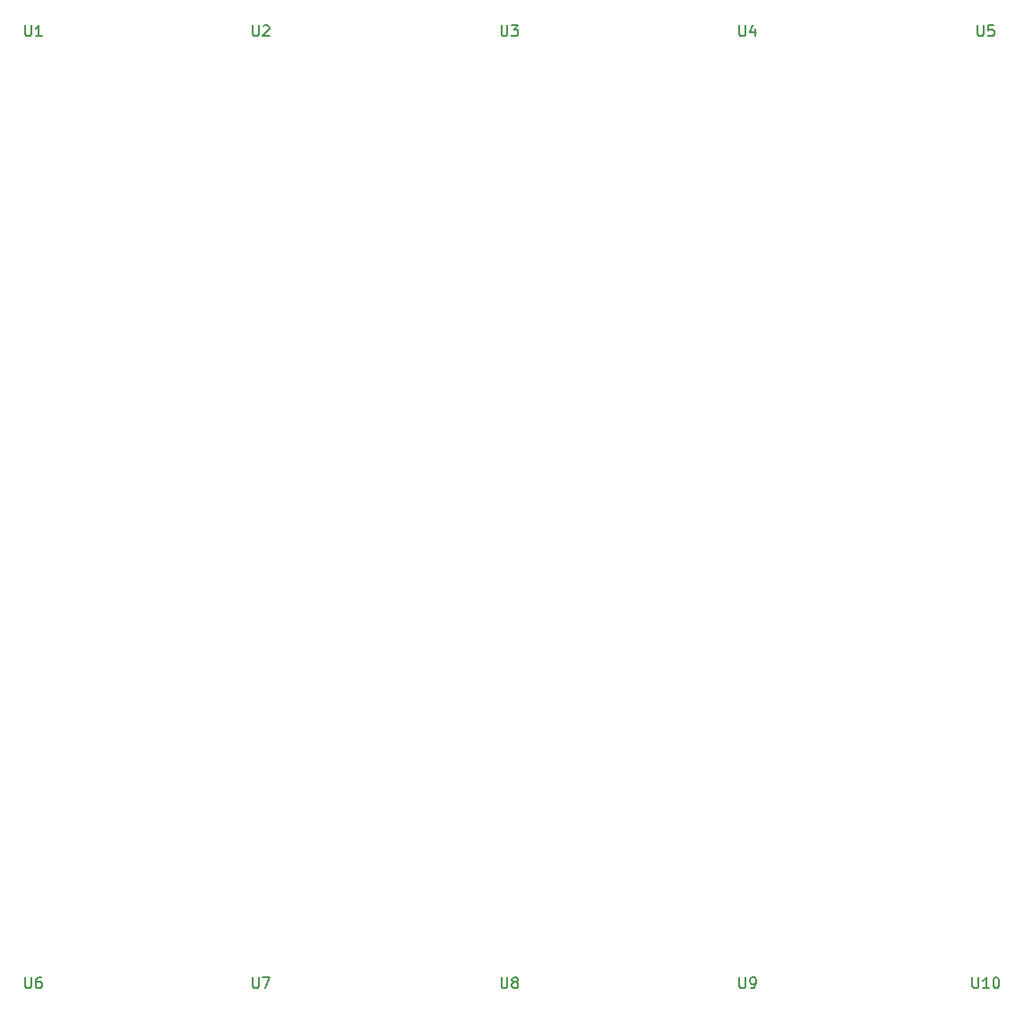
<source format=gbr>
G04 #@! TF.GenerationSoftware,KiCad,Pcbnew,5.1.5-1.fc30*
G04 #@! TF.CreationDate,2021-07-11T13:39:18+02:00*
G04 #@! TF.ProjectId,pcb-haloscope,7063622d-6861-46c6-9f73-636f70652e6b,rev?*
G04 #@! TF.SameCoordinates,Original*
G04 #@! TF.FileFunction,Legend,Top*
G04 #@! TF.FilePolarity,Positive*
%FSLAX46Y46*%
G04 Gerber Fmt 4.6, Leading zero omitted, Abs format (unit mm)*
G04 Created by KiCad (PCBNEW 5.1.5-1.fc30) date 2021-07-11 13:39:18*
%MOMM*%
%LPD*%
G04 APERTURE LIST*
%ADD10C,0.150000*%
G04 APERTURE END LIST*
D10*
X54238095Y-47420380D02*
X54238095Y-48229904D01*
X54285714Y-48325142D01*
X54333333Y-48372761D01*
X54428571Y-48420380D01*
X54619047Y-48420380D01*
X54714285Y-48372761D01*
X54761904Y-48325142D01*
X54809523Y-48229904D01*
X54809523Y-47420380D01*
X55809523Y-48420380D02*
X55238095Y-48420380D01*
X55523809Y-48420380D02*
X55523809Y-47420380D01*
X55428571Y-47563238D01*
X55333333Y-47658476D01*
X55238095Y-47706095D01*
X75738095Y-47420380D02*
X75738095Y-48229904D01*
X75785714Y-48325142D01*
X75833333Y-48372761D01*
X75928571Y-48420380D01*
X76119047Y-48420380D01*
X76214285Y-48372761D01*
X76261904Y-48325142D01*
X76309523Y-48229904D01*
X76309523Y-47420380D01*
X76738095Y-47515619D02*
X76785714Y-47468000D01*
X76880952Y-47420380D01*
X77119047Y-47420380D01*
X77214285Y-47468000D01*
X77261904Y-47515619D01*
X77309523Y-47610857D01*
X77309523Y-47706095D01*
X77261904Y-47848952D01*
X76690476Y-48420380D01*
X77309523Y-48420380D01*
X99238095Y-47420380D02*
X99238095Y-48229904D01*
X99285714Y-48325142D01*
X99333333Y-48372761D01*
X99428571Y-48420380D01*
X99619047Y-48420380D01*
X99714285Y-48372761D01*
X99761904Y-48325142D01*
X99809523Y-48229904D01*
X99809523Y-47420380D01*
X100190476Y-47420380D02*
X100809523Y-47420380D01*
X100476190Y-47801333D01*
X100619047Y-47801333D01*
X100714285Y-47848952D01*
X100761904Y-47896571D01*
X100809523Y-47991809D01*
X100809523Y-48229904D01*
X100761904Y-48325142D01*
X100714285Y-48372761D01*
X100619047Y-48420380D01*
X100333333Y-48420380D01*
X100238095Y-48372761D01*
X100190476Y-48325142D01*
X121738095Y-47420380D02*
X121738095Y-48229904D01*
X121785714Y-48325142D01*
X121833333Y-48372761D01*
X121928571Y-48420380D01*
X122119047Y-48420380D01*
X122214285Y-48372761D01*
X122261904Y-48325142D01*
X122309523Y-48229904D01*
X122309523Y-47420380D01*
X123214285Y-47753714D02*
X123214285Y-48420380D01*
X122976190Y-47372761D02*
X122738095Y-48087047D01*
X123357142Y-48087047D01*
X144238095Y-47420380D02*
X144238095Y-48229904D01*
X144285714Y-48325142D01*
X144333333Y-48372761D01*
X144428571Y-48420380D01*
X144619047Y-48420380D01*
X144714285Y-48372761D01*
X144761904Y-48325142D01*
X144809523Y-48229904D01*
X144809523Y-47420380D01*
X145761904Y-47420380D02*
X145285714Y-47420380D01*
X145238095Y-47896571D01*
X145285714Y-47848952D01*
X145380952Y-47801333D01*
X145619047Y-47801333D01*
X145714285Y-47848952D01*
X145761904Y-47896571D01*
X145809523Y-47991809D01*
X145809523Y-48229904D01*
X145761904Y-48325142D01*
X145714285Y-48372761D01*
X145619047Y-48420380D01*
X145380952Y-48420380D01*
X145285714Y-48372761D01*
X145238095Y-48325142D01*
X54238095Y-137420380D02*
X54238095Y-138229904D01*
X54285714Y-138325142D01*
X54333333Y-138372761D01*
X54428571Y-138420380D01*
X54619047Y-138420380D01*
X54714285Y-138372761D01*
X54761904Y-138325142D01*
X54809523Y-138229904D01*
X54809523Y-137420380D01*
X55714285Y-137420380D02*
X55523809Y-137420380D01*
X55428571Y-137468000D01*
X55380952Y-137515619D01*
X55285714Y-137658476D01*
X55238095Y-137848952D01*
X55238095Y-138229904D01*
X55285714Y-138325142D01*
X55333333Y-138372761D01*
X55428571Y-138420380D01*
X55619047Y-138420380D01*
X55714285Y-138372761D01*
X55761904Y-138325142D01*
X55809523Y-138229904D01*
X55809523Y-137991809D01*
X55761904Y-137896571D01*
X55714285Y-137848952D01*
X55619047Y-137801333D01*
X55428571Y-137801333D01*
X55333333Y-137848952D01*
X55285714Y-137896571D01*
X55238095Y-137991809D01*
X75738095Y-137420380D02*
X75738095Y-138229904D01*
X75785714Y-138325142D01*
X75833333Y-138372761D01*
X75928571Y-138420380D01*
X76119047Y-138420380D01*
X76214285Y-138372761D01*
X76261904Y-138325142D01*
X76309523Y-138229904D01*
X76309523Y-137420380D01*
X76690476Y-137420380D02*
X77357142Y-137420380D01*
X76928571Y-138420380D01*
X99238095Y-137420380D02*
X99238095Y-138229904D01*
X99285714Y-138325142D01*
X99333333Y-138372761D01*
X99428571Y-138420380D01*
X99619047Y-138420380D01*
X99714285Y-138372761D01*
X99761904Y-138325142D01*
X99809523Y-138229904D01*
X99809523Y-137420380D01*
X100428571Y-137848952D02*
X100333333Y-137801333D01*
X100285714Y-137753714D01*
X100238095Y-137658476D01*
X100238095Y-137610857D01*
X100285714Y-137515619D01*
X100333333Y-137468000D01*
X100428571Y-137420380D01*
X100619047Y-137420380D01*
X100714285Y-137468000D01*
X100761904Y-137515619D01*
X100809523Y-137610857D01*
X100809523Y-137658476D01*
X100761904Y-137753714D01*
X100714285Y-137801333D01*
X100619047Y-137848952D01*
X100428571Y-137848952D01*
X100333333Y-137896571D01*
X100285714Y-137944190D01*
X100238095Y-138039428D01*
X100238095Y-138229904D01*
X100285714Y-138325142D01*
X100333333Y-138372761D01*
X100428571Y-138420380D01*
X100619047Y-138420380D01*
X100714285Y-138372761D01*
X100761904Y-138325142D01*
X100809523Y-138229904D01*
X100809523Y-138039428D01*
X100761904Y-137944190D01*
X100714285Y-137896571D01*
X100619047Y-137848952D01*
X121738095Y-137420380D02*
X121738095Y-138229904D01*
X121785714Y-138325142D01*
X121833333Y-138372761D01*
X121928571Y-138420380D01*
X122119047Y-138420380D01*
X122214285Y-138372761D01*
X122261904Y-138325142D01*
X122309523Y-138229904D01*
X122309523Y-137420380D01*
X122833333Y-138420380D02*
X123023809Y-138420380D01*
X123119047Y-138372761D01*
X123166666Y-138325142D01*
X123261904Y-138182285D01*
X123309523Y-137991809D01*
X123309523Y-137610857D01*
X123261904Y-137515619D01*
X123214285Y-137468000D01*
X123119047Y-137420380D01*
X122928571Y-137420380D01*
X122833333Y-137468000D01*
X122785714Y-137515619D01*
X122738095Y-137610857D01*
X122738095Y-137848952D01*
X122785714Y-137944190D01*
X122833333Y-137991809D01*
X122928571Y-138039428D01*
X123119047Y-138039428D01*
X123214285Y-137991809D01*
X123261904Y-137944190D01*
X123309523Y-137848952D01*
X143761904Y-137420380D02*
X143761904Y-138229904D01*
X143809523Y-138325142D01*
X143857142Y-138372761D01*
X143952380Y-138420380D01*
X144142857Y-138420380D01*
X144238095Y-138372761D01*
X144285714Y-138325142D01*
X144333333Y-138229904D01*
X144333333Y-137420380D01*
X145333333Y-138420380D02*
X144761904Y-138420380D01*
X145047619Y-138420380D02*
X145047619Y-137420380D01*
X144952380Y-137563238D01*
X144857142Y-137658476D01*
X144761904Y-137706095D01*
X145952380Y-137420380D02*
X146047619Y-137420380D01*
X146142857Y-137468000D01*
X146190476Y-137515619D01*
X146238095Y-137610857D01*
X146285714Y-137801333D01*
X146285714Y-138039428D01*
X146238095Y-138229904D01*
X146190476Y-138325142D01*
X146142857Y-138372761D01*
X146047619Y-138420380D01*
X145952380Y-138420380D01*
X145857142Y-138372761D01*
X145809523Y-138325142D01*
X145761904Y-138229904D01*
X145714285Y-138039428D01*
X145714285Y-137801333D01*
X145761904Y-137610857D01*
X145809523Y-137515619D01*
X145857142Y-137468000D01*
X145952380Y-137420380D01*
M02*

</source>
